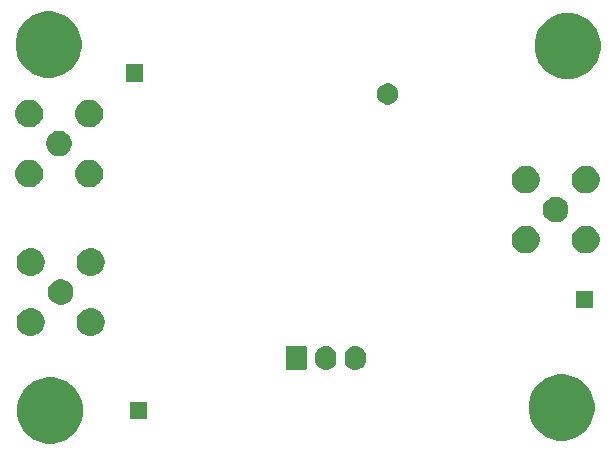
<source format=gbr>
G04 #@! TF.GenerationSoftware,KiCad,Pcbnew,(5.1.2)-2*
G04 #@! TF.CreationDate,2019-07-17T10:15:29+08:00*
G04 #@! TF.ProjectId,single_AM_eval_board,73696e67-6c65-45f4-914d-5f6576616c5f,rev?*
G04 #@! TF.SameCoordinates,Original*
G04 #@! TF.FileFunction,Soldermask,Bot*
G04 #@! TF.FilePolarity,Negative*
%FSLAX46Y46*%
G04 Gerber Fmt 4.6, Leading zero omitted, Abs format (unit mm)*
G04 Created by KiCad (PCBNEW (5.1.2)-2) date 2019-07-17 10:15:29*
%MOMM*%
%LPD*%
G04 APERTURE LIST*
%ADD10C,0.100000*%
G04 APERTURE END LIST*
D10*
G36*
X101655021Y-150341640D02*
G01*
X102164769Y-150552785D01*
X102164771Y-150552786D01*
X102623534Y-150859321D01*
X103013679Y-151249466D01*
X103150498Y-151454231D01*
X103320215Y-151708231D01*
X103531360Y-152217979D01*
X103639000Y-152759124D01*
X103639000Y-153310876D01*
X103531360Y-153852021D01*
X103320215Y-154361769D01*
X103320214Y-154361771D01*
X103013679Y-154820534D01*
X102623534Y-155210679D01*
X102164771Y-155517214D01*
X102164770Y-155517215D01*
X102164769Y-155517215D01*
X101655021Y-155728360D01*
X101113876Y-155836000D01*
X100562124Y-155836000D01*
X100020979Y-155728360D01*
X99511231Y-155517215D01*
X99511230Y-155517215D01*
X99511229Y-155517214D01*
X99052466Y-155210679D01*
X98662321Y-154820534D01*
X98355786Y-154361771D01*
X98355785Y-154361769D01*
X98144640Y-153852021D01*
X98037000Y-153310876D01*
X98037000Y-152759124D01*
X98144640Y-152217979D01*
X98355785Y-151708231D01*
X98525502Y-151454231D01*
X98662321Y-151249466D01*
X99052466Y-150859321D01*
X99511229Y-150552786D01*
X99511231Y-150552785D01*
X100020979Y-150341640D01*
X100562124Y-150234000D01*
X101113876Y-150234000D01*
X101655021Y-150341640D01*
X101655021Y-150341640D01*
G37*
G36*
X144962021Y-150087640D02*
G01*
X145471769Y-150298785D01*
X145471771Y-150298786D01*
X145930534Y-150605321D01*
X146320679Y-150995466D01*
X146627214Y-151454229D01*
X146627215Y-151454231D01*
X146838360Y-151963979D01*
X146946000Y-152505124D01*
X146946000Y-153056876D01*
X146838360Y-153598021D01*
X146733149Y-153852022D01*
X146627214Y-154107771D01*
X146320679Y-154566534D01*
X145930534Y-154956679D01*
X145471771Y-155263214D01*
X145471770Y-155263215D01*
X145471769Y-155263215D01*
X144962021Y-155474360D01*
X144420876Y-155582000D01*
X143869124Y-155582000D01*
X143327979Y-155474360D01*
X142818231Y-155263215D01*
X142818230Y-155263215D01*
X142818229Y-155263214D01*
X142359466Y-154956679D01*
X141969321Y-154566534D01*
X141662786Y-154107771D01*
X141556851Y-153852022D01*
X141451640Y-153598021D01*
X141344000Y-153056876D01*
X141344000Y-152505124D01*
X141451640Y-151963979D01*
X141662785Y-151454231D01*
X141662786Y-151454229D01*
X141969321Y-150995466D01*
X142359466Y-150605321D01*
X142818229Y-150298786D01*
X142818231Y-150298785D01*
X143327979Y-150087640D01*
X143869124Y-149980000D01*
X144420876Y-149980000D01*
X144962021Y-150087640D01*
X144962021Y-150087640D01*
G37*
G36*
X109057000Y-153761000D02*
G01*
X107605000Y-153761000D01*
X107605000Y-152309000D01*
X109057000Y-152309000D01*
X109057000Y-153761000D01*
X109057000Y-153761000D01*
G37*
G36*
X126842626Y-147577037D02*
G01*
X127012465Y-147628557D01*
X127012467Y-147628558D01*
X127168989Y-147712221D01*
X127306186Y-147824814D01*
X127389448Y-147926271D01*
X127418778Y-147962009D01*
X127502443Y-148118534D01*
X127553963Y-148288373D01*
X127567000Y-148420742D01*
X127567000Y-148759257D01*
X127553963Y-148891626D01*
X127502443Y-149061466D01*
X127418778Y-149217991D01*
X127389448Y-149253729D01*
X127306186Y-149355186D01*
X127211250Y-149433097D01*
X127168991Y-149467778D01*
X127012466Y-149551443D01*
X126842627Y-149602963D01*
X126666000Y-149620359D01*
X126489374Y-149602963D01*
X126319535Y-149551443D01*
X126163010Y-149467778D01*
X126025815Y-149355185D01*
X125913222Y-149217991D01*
X125829557Y-149061466D01*
X125778037Y-148891627D01*
X125765000Y-148759258D01*
X125765000Y-148420743D01*
X125778037Y-148288374D01*
X125829557Y-148118535D01*
X125913222Y-147962010D01*
X125913223Y-147962009D01*
X126025814Y-147824814D01*
X126127271Y-147741552D01*
X126163009Y-147712222D01*
X126319534Y-147628557D01*
X126489373Y-147577037D01*
X126666000Y-147559641D01*
X126842626Y-147577037D01*
X126842626Y-147577037D01*
G37*
G36*
X124342626Y-147577037D02*
G01*
X124512465Y-147628557D01*
X124512467Y-147628558D01*
X124668989Y-147712221D01*
X124806186Y-147824814D01*
X124889448Y-147926271D01*
X124918778Y-147962009D01*
X125002443Y-148118534D01*
X125053963Y-148288373D01*
X125067000Y-148420742D01*
X125067000Y-148759257D01*
X125053963Y-148891626D01*
X125002443Y-149061466D01*
X124918778Y-149217991D01*
X124889448Y-149253729D01*
X124806186Y-149355186D01*
X124711250Y-149433097D01*
X124668991Y-149467778D01*
X124512466Y-149551443D01*
X124342627Y-149602963D01*
X124166000Y-149620359D01*
X123989374Y-149602963D01*
X123819535Y-149551443D01*
X123663010Y-149467778D01*
X123525815Y-149355185D01*
X123413222Y-149217991D01*
X123329557Y-149061466D01*
X123278037Y-148891627D01*
X123265000Y-148759258D01*
X123265000Y-148420743D01*
X123278037Y-148288374D01*
X123329557Y-148118535D01*
X123413222Y-147962010D01*
X123413223Y-147962009D01*
X123525814Y-147824814D01*
X123627271Y-147741552D01*
X123663009Y-147712222D01*
X123819534Y-147628557D01*
X123989373Y-147577037D01*
X124166000Y-147559641D01*
X124342626Y-147577037D01*
X124342626Y-147577037D01*
G37*
G36*
X122424600Y-147567989D02*
G01*
X122457652Y-147578015D01*
X122488103Y-147594292D01*
X122514799Y-147616201D01*
X122536708Y-147642897D01*
X122552985Y-147673348D01*
X122563011Y-147706400D01*
X122567000Y-147746903D01*
X122567000Y-149433097D01*
X122563011Y-149473600D01*
X122552985Y-149506652D01*
X122536708Y-149537103D01*
X122514799Y-149563799D01*
X122488103Y-149585708D01*
X122457652Y-149601985D01*
X122424600Y-149612011D01*
X122384097Y-149616000D01*
X120947903Y-149616000D01*
X120907400Y-149612011D01*
X120874348Y-149601985D01*
X120843897Y-149585708D01*
X120817201Y-149563799D01*
X120795292Y-149537103D01*
X120779015Y-149506652D01*
X120768989Y-149473600D01*
X120765000Y-149433097D01*
X120765000Y-147746903D01*
X120768989Y-147706400D01*
X120779015Y-147673348D01*
X120795292Y-147642897D01*
X120817201Y-147616201D01*
X120843897Y-147594292D01*
X120874348Y-147578015D01*
X120907400Y-147567989D01*
X120947903Y-147564000D01*
X122384097Y-147564000D01*
X122424600Y-147567989D01*
X122424600Y-147567989D01*
G37*
G36*
X104458560Y-144381064D02*
G01*
X104610027Y-144411193D01*
X104824045Y-144499842D01*
X104824046Y-144499843D01*
X105016654Y-144628539D01*
X105180461Y-144792346D01*
X105266258Y-144920751D01*
X105309158Y-144984955D01*
X105397807Y-145198973D01*
X105443000Y-145426174D01*
X105443000Y-145657826D01*
X105397807Y-145885027D01*
X105309158Y-146099045D01*
X105309157Y-146099046D01*
X105180461Y-146291654D01*
X105016654Y-146455461D01*
X104888249Y-146541258D01*
X104824045Y-146584158D01*
X104610027Y-146672807D01*
X104458560Y-146702936D01*
X104382827Y-146718000D01*
X104151173Y-146718000D01*
X104075440Y-146702936D01*
X103923973Y-146672807D01*
X103709955Y-146584158D01*
X103645751Y-146541258D01*
X103517346Y-146455461D01*
X103353539Y-146291654D01*
X103224843Y-146099046D01*
X103224842Y-146099045D01*
X103136193Y-145885027D01*
X103091000Y-145657826D01*
X103091000Y-145426174D01*
X103136193Y-145198973D01*
X103224842Y-144984955D01*
X103267742Y-144920751D01*
X103353539Y-144792346D01*
X103517346Y-144628539D01*
X103709954Y-144499843D01*
X103709955Y-144499842D01*
X103923973Y-144411193D01*
X104075440Y-144381064D01*
X104151173Y-144366000D01*
X104382827Y-144366000D01*
X104458560Y-144381064D01*
X104458560Y-144381064D01*
G37*
G36*
X99378560Y-144381064D02*
G01*
X99530027Y-144411193D01*
X99744045Y-144499842D01*
X99744046Y-144499843D01*
X99936654Y-144628539D01*
X100100461Y-144792346D01*
X100186258Y-144920751D01*
X100229158Y-144984955D01*
X100317807Y-145198973D01*
X100363000Y-145426174D01*
X100363000Y-145657826D01*
X100317807Y-145885027D01*
X100229158Y-146099045D01*
X100229157Y-146099046D01*
X100100461Y-146291654D01*
X99936654Y-146455461D01*
X99808249Y-146541258D01*
X99744045Y-146584158D01*
X99530027Y-146672807D01*
X99378560Y-146702936D01*
X99302827Y-146718000D01*
X99071173Y-146718000D01*
X98995440Y-146702936D01*
X98843973Y-146672807D01*
X98629955Y-146584158D01*
X98565751Y-146541258D01*
X98437346Y-146455461D01*
X98273539Y-146291654D01*
X98144843Y-146099046D01*
X98144842Y-146099045D01*
X98056193Y-145885027D01*
X98011000Y-145657826D01*
X98011000Y-145426174D01*
X98056193Y-145198973D01*
X98144842Y-144984955D01*
X98187742Y-144920751D01*
X98273539Y-144792346D01*
X98437346Y-144628539D01*
X98629954Y-144499843D01*
X98629955Y-144499842D01*
X98843973Y-144411193D01*
X98995440Y-144381064D01*
X99071173Y-144366000D01*
X99302827Y-144366000D01*
X99378560Y-144381064D01*
X99378560Y-144381064D01*
G37*
G36*
X146776000Y-144363000D02*
G01*
X145324000Y-144363000D01*
X145324000Y-142911000D01*
X146776000Y-142911000D01*
X146776000Y-144363000D01*
X146776000Y-144363000D01*
G37*
G36*
X101902271Y-141939783D02*
G01*
X102040858Y-141967350D01*
X102236677Y-142048461D01*
X102412910Y-142166216D01*
X102562784Y-142316090D01*
X102680539Y-142492323D01*
X102761650Y-142688142D01*
X102803000Y-142896023D01*
X102803000Y-143107977D01*
X102761650Y-143315858D01*
X102680539Y-143511677D01*
X102562784Y-143687910D01*
X102412910Y-143837784D01*
X102236677Y-143955539D01*
X102040858Y-144036650D01*
X101902271Y-144064217D01*
X101832978Y-144078000D01*
X101621022Y-144078000D01*
X101551729Y-144064217D01*
X101413142Y-144036650D01*
X101217323Y-143955539D01*
X101041090Y-143837784D01*
X100891216Y-143687910D01*
X100773461Y-143511677D01*
X100692350Y-143315858D01*
X100651000Y-143107977D01*
X100651000Y-142896023D01*
X100692350Y-142688142D01*
X100773461Y-142492323D01*
X100891216Y-142316090D01*
X101041090Y-142166216D01*
X101217323Y-142048461D01*
X101413142Y-141967350D01*
X101551729Y-141939783D01*
X101621022Y-141926000D01*
X101832978Y-141926000D01*
X101902271Y-141939783D01*
X101902271Y-141939783D01*
G37*
G36*
X99378560Y-139301064D02*
G01*
X99530027Y-139331193D01*
X99744045Y-139419842D01*
X99744046Y-139419843D01*
X99936654Y-139548539D01*
X100100461Y-139712346D01*
X100186258Y-139840751D01*
X100229158Y-139904955D01*
X100317807Y-140118973D01*
X100363000Y-140346174D01*
X100363000Y-140577826D01*
X100317807Y-140805027D01*
X100229158Y-141019045D01*
X100229157Y-141019046D01*
X100100461Y-141211654D01*
X99936654Y-141375461D01*
X99808249Y-141461258D01*
X99744045Y-141504158D01*
X99530027Y-141592807D01*
X99378560Y-141622936D01*
X99302827Y-141638000D01*
X99071173Y-141638000D01*
X98995440Y-141622936D01*
X98843973Y-141592807D01*
X98629955Y-141504158D01*
X98565751Y-141461258D01*
X98437346Y-141375461D01*
X98273539Y-141211654D01*
X98144843Y-141019046D01*
X98144842Y-141019045D01*
X98056193Y-140805027D01*
X98011000Y-140577826D01*
X98011000Y-140346174D01*
X98056193Y-140118973D01*
X98144842Y-139904955D01*
X98187742Y-139840751D01*
X98273539Y-139712346D01*
X98437346Y-139548539D01*
X98629954Y-139419843D01*
X98629955Y-139419842D01*
X98843973Y-139331193D01*
X98995440Y-139301064D01*
X99071173Y-139286000D01*
X99302827Y-139286000D01*
X99378560Y-139301064D01*
X99378560Y-139301064D01*
G37*
G36*
X104458560Y-139301064D02*
G01*
X104610027Y-139331193D01*
X104824045Y-139419842D01*
X104824046Y-139419843D01*
X105016654Y-139548539D01*
X105180461Y-139712346D01*
X105266258Y-139840751D01*
X105309158Y-139904955D01*
X105397807Y-140118973D01*
X105443000Y-140346174D01*
X105443000Y-140577826D01*
X105397807Y-140805027D01*
X105309158Y-141019045D01*
X105309157Y-141019046D01*
X105180461Y-141211654D01*
X105016654Y-141375461D01*
X104888249Y-141461258D01*
X104824045Y-141504158D01*
X104610027Y-141592807D01*
X104458560Y-141622936D01*
X104382827Y-141638000D01*
X104151173Y-141638000D01*
X104075440Y-141622936D01*
X103923973Y-141592807D01*
X103709955Y-141504158D01*
X103645751Y-141461258D01*
X103517346Y-141375461D01*
X103353539Y-141211654D01*
X103224843Y-141019046D01*
X103224842Y-141019045D01*
X103136193Y-140805027D01*
X103091000Y-140577826D01*
X103091000Y-140346174D01*
X103136193Y-140118973D01*
X103224842Y-139904955D01*
X103267742Y-139840751D01*
X103353539Y-139712346D01*
X103517346Y-139548539D01*
X103709954Y-139419843D01*
X103709955Y-139419842D01*
X103923973Y-139331193D01*
X104075440Y-139301064D01*
X104151173Y-139286000D01*
X104382827Y-139286000D01*
X104458560Y-139301064D01*
X104458560Y-139301064D01*
G37*
G36*
X146368560Y-137396064D02*
G01*
X146520027Y-137426193D01*
X146734045Y-137514842D01*
X146734046Y-137514843D01*
X146926654Y-137643539D01*
X147090461Y-137807346D01*
X147176258Y-137935751D01*
X147219158Y-137999955D01*
X147307807Y-138213973D01*
X147353000Y-138441174D01*
X147353000Y-138672826D01*
X147307807Y-138900027D01*
X147219158Y-139114045D01*
X147219157Y-139114046D01*
X147090461Y-139306654D01*
X146926654Y-139470461D01*
X146798249Y-139556258D01*
X146734045Y-139599158D01*
X146520027Y-139687807D01*
X146396671Y-139712344D01*
X146292827Y-139733000D01*
X146061173Y-139733000D01*
X145957329Y-139712344D01*
X145833973Y-139687807D01*
X145619955Y-139599158D01*
X145555751Y-139556258D01*
X145427346Y-139470461D01*
X145263539Y-139306654D01*
X145134843Y-139114046D01*
X145134842Y-139114045D01*
X145046193Y-138900027D01*
X145001000Y-138672826D01*
X145001000Y-138441174D01*
X145046193Y-138213973D01*
X145134842Y-137999955D01*
X145177742Y-137935751D01*
X145263539Y-137807346D01*
X145427346Y-137643539D01*
X145619954Y-137514843D01*
X145619955Y-137514842D01*
X145833973Y-137426193D01*
X145985440Y-137396064D01*
X146061173Y-137381000D01*
X146292827Y-137381000D01*
X146368560Y-137396064D01*
X146368560Y-137396064D01*
G37*
G36*
X141288560Y-137396064D02*
G01*
X141440027Y-137426193D01*
X141654045Y-137514842D01*
X141654046Y-137514843D01*
X141846654Y-137643539D01*
X142010461Y-137807346D01*
X142096258Y-137935751D01*
X142139158Y-137999955D01*
X142227807Y-138213973D01*
X142273000Y-138441174D01*
X142273000Y-138672826D01*
X142227807Y-138900027D01*
X142139158Y-139114045D01*
X142139157Y-139114046D01*
X142010461Y-139306654D01*
X141846654Y-139470461D01*
X141718249Y-139556258D01*
X141654045Y-139599158D01*
X141440027Y-139687807D01*
X141316671Y-139712344D01*
X141212827Y-139733000D01*
X140981173Y-139733000D01*
X140877329Y-139712344D01*
X140753973Y-139687807D01*
X140539955Y-139599158D01*
X140475751Y-139556258D01*
X140347346Y-139470461D01*
X140183539Y-139306654D01*
X140054843Y-139114046D01*
X140054842Y-139114045D01*
X139966193Y-138900027D01*
X139921000Y-138672826D01*
X139921000Y-138441174D01*
X139966193Y-138213973D01*
X140054842Y-137999955D01*
X140097742Y-137935751D01*
X140183539Y-137807346D01*
X140347346Y-137643539D01*
X140539954Y-137514843D01*
X140539955Y-137514842D01*
X140753973Y-137426193D01*
X140905440Y-137396064D01*
X140981173Y-137381000D01*
X141212827Y-137381000D01*
X141288560Y-137396064D01*
X141288560Y-137396064D01*
G37*
G36*
X143812271Y-134954783D02*
G01*
X143950858Y-134982350D01*
X144146677Y-135063461D01*
X144322910Y-135181216D01*
X144472784Y-135331090D01*
X144590539Y-135507323D01*
X144671650Y-135703142D01*
X144713000Y-135911023D01*
X144713000Y-136122977D01*
X144671650Y-136330858D01*
X144590539Y-136526677D01*
X144472784Y-136702910D01*
X144322910Y-136852784D01*
X144146677Y-136970539D01*
X143950858Y-137051650D01*
X143812271Y-137079217D01*
X143742978Y-137093000D01*
X143531022Y-137093000D01*
X143461729Y-137079217D01*
X143323142Y-137051650D01*
X143127323Y-136970539D01*
X142951090Y-136852784D01*
X142801216Y-136702910D01*
X142683461Y-136526677D01*
X142602350Y-136330858D01*
X142561000Y-136122977D01*
X142561000Y-135911023D01*
X142602350Y-135703142D01*
X142683461Y-135507323D01*
X142801216Y-135331090D01*
X142951090Y-135181216D01*
X143127323Y-135063461D01*
X143323142Y-134982350D01*
X143461729Y-134954783D01*
X143531022Y-134941000D01*
X143742978Y-134941000D01*
X143812271Y-134954783D01*
X143812271Y-134954783D01*
G37*
G36*
X141288560Y-132316064D02*
G01*
X141440027Y-132346193D01*
X141654045Y-132434842D01*
X141654046Y-132434843D01*
X141846654Y-132563539D01*
X142010461Y-132727346D01*
X142094536Y-132853173D01*
X142139158Y-132919955D01*
X142227807Y-133133973D01*
X142273000Y-133361174D01*
X142273000Y-133592826D01*
X142227807Y-133820027D01*
X142139158Y-134034045D01*
X142139157Y-134034046D01*
X142010461Y-134226654D01*
X141846654Y-134390461D01*
X141718249Y-134476258D01*
X141654045Y-134519158D01*
X141440027Y-134607807D01*
X141288560Y-134637936D01*
X141212827Y-134653000D01*
X140981173Y-134653000D01*
X140905440Y-134637936D01*
X140753973Y-134607807D01*
X140539955Y-134519158D01*
X140475751Y-134476258D01*
X140347346Y-134390461D01*
X140183539Y-134226654D01*
X140054843Y-134034046D01*
X140054842Y-134034045D01*
X139966193Y-133820027D01*
X139921000Y-133592826D01*
X139921000Y-133361174D01*
X139966193Y-133133973D01*
X140054842Y-132919955D01*
X140099464Y-132853173D01*
X140183539Y-132727346D01*
X140347346Y-132563539D01*
X140539954Y-132434843D01*
X140539955Y-132434842D01*
X140753973Y-132346193D01*
X140905440Y-132316064D01*
X140981173Y-132301000D01*
X141212827Y-132301000D01*
X141288560Y-132316064D01*
X141288560Y-132316064D01*
G37*
G36*
X146368560Y-132316064D02*
G01*
X146520027Y-132346193D01*
X146734045Y-132434842D01*
X146734046Y-132434843D01*
X146926654Y-132563539D01*
X147090461Y-132727346D01*
X147174536Y-132853173D01*
X147219158Y-132919955D01*
X147307807Y-133133973D01*
X147353000Y-133361174D01*
X147353000Y-133592826D01*
X147307807Y-133820027D01*
X147219158Y-134034045D01*
X147219157Y-134034046D01*
X147090461Y-134226654D01*
X146926654Y-134390461D01*
X146798249Y-134476258D01*
X146734045Y-134519158D01*
X146520027Y-134607807D01*
X146368560Y-134637936D01*
X146292827Y-134653000D01*
X146061173Y-134653000D01*
X145985440Y-134637936D01*
X145833973Y-134607807D01*
X145619955Y-134519158D01*
X145555751Y-134476258D01*
X145427346Y-134390461D01*
X145263539Y-134226654D01*
X145134843Y-134034046D01*
X145134842Y-134034045D01*
X145046193Y-133820027D01*
X145001000Y-133592826D01*
X145001000Y-133361174D01*
X145046193Y-133133973D01*
X145134842Y-132919955D01*
X145179464Y-132853173D01*
X145263539Y-132727346D01*
X145427346Y-132563539D01*
X145619954Y-132434843D01*
X145619955Y-132434842D01*
X145833973Y-132346193D01*
X145985440Y-132316064D01*
X146061173Y-132301000D01*
X146292827Y-132301000D01*
X146368560Y-132316064D01*
X146368560Y-132316064D01*
G37*
G36*
X99251560Y-131808064D02*
G01*
X99403027Y-131838193D01*
X99617045Y-131926842D01*
X99617046Y-131926843D01*
X99809654Y-132055539D01*
X99973461Y-132219346D01*
X100028020Y-132301000D01*
X100102158Y-132411955D01*
X100190807Y-132625973D01*
X100236000Y-132853174D01*
X100236000Y-133084826D01*
X100190807Y-133312027D01*
X100102158Y-133526045D01*
X100102157Y-133526046D01*
X99973461Y-133718654D01*
X99809654Y-133882461D01*
X99681249Y-133968258D01*
X99617045Y-134011158D01*
X99403027Y-134099807D01*
X99251560Y-134129936D01*
X99175827Y-134145000D01*
X98944173Y-134145000D01*
X98868440Y-134129936D01*
X98716973Y-134099807D01*
X98502955Y-134011158D01*
X98438751Y-133968258D01*
X98310346Y-133882461D01*
X98146539Y-133718654D01*
X98017843Y-133526046D01*
X98017842Y-133526045D01*
X97929193Y-133312027D01*
X97884000Y-133084826D01*
X97884000Y-132853174D01*
X97929193Y-132625973D01*
X98017842Y-132411955D01*
X98091980Y-132301000D01*
X98146539Y-132219346D01*
X98310346Y-132055539D01*
X98502954Y-131926843D01*
X98502955Y-131926842D01*
X98716973Y-131838193D01*
X98868440Y-131808064D01*
X98944173Y-131793000D01*
X99175827Y-131793000D01*
X99251560Y-131808064D01*
X99251560Y-131808064D01*
G37*
G36*
X104331560Y-131808064D02*
G01*
X104483027Y-131838193D01*
X104697045Y-131926842D01*
X104697046Y-131926843D01*
X104889654Y-132055539D01*
X105053461Y-132219346D01*
X105108020Y-132301000D01*
X105182158Y-132411955D01*
X105270807Y-132625973D01*
X105316000Y-132853174D01*
X105316000Y-133084826D01*
X105270807Y-133312027D01*
X105182158Y-133526045D01*
X105182157Y-133526046D01*
X105053461Y-133718654D01*
X104889654Y-133882461D01*
X104761249Y-133968258D01*
X104697045Y-134011158D01*
X104483027Y-134099807D01*
X104331560Y-134129936D01*
X104255827Y-134145000D01*
X104024173Y-134145000D01*
X103948440Y-134129936D01*
X103796973Y-134099807D01*
X103582955Y-134011158D01*
X103518751Y-133968258D01*
X103390346Y-133882461D01*
X103226539Y-133718654D01*
X103097843Y-133526046D01*
X103097842Y-133526045D01*
X103009193Y-133312027D01*
X102964000Y-133084826D01*
X102964000Y-132853174D01*
X103009193Y-132625973D01*
X103097842Y-132411955D01*
X103171980Y-132301000D01*
X103226539Y-132219346D01*
X103390346Y-132055539D01*
X103582954Y-131926843D01*
X103582955Y-131926842D01*
X103796973Y-131838193D01*
X103948440Y-131808064D01*
X104024173Y-131793000D01*
X104255827Y-131793000D01*
X104331560Y-131808064D01*
X104331560Y-131808064D01*
G37*
G36*
X101775271Y-129366783D02*
G01*
X101913858Y-129394350D01*
X102109677Y-129475461D01*
X102285910Y-129593216D01*
X102435784Y-129743090D01*
X102553539Y-129919323D01*
X102634650Y-130115142D01*
X102676000Y-130323023D01*
X102676000Y-130534977D01*
X102634650Y-130742858D01*
X102553539Y-130938677D01*
X102435784Y-131114910D01*
X102285910Y-131264784D01*
X102109677Y-131382539D01*
X101913858Y-131463650D01*
X101775271Y-131491217D01*
X101705978Y-131505000D01*
X101494022Y-131505000D01*
X101424729Y-131491217D01*
X101286142Y-131463650D01*
X101090323Y-131382539D01*
X100914090Y-131264784D01*
X100764216Y-131114910D01*
X100646461Y-130938677D01*
X100565350Y-130742858D01*
X100524000Y-130534977D01*
X100524000Y-130323023D01*
X100565350Y-130115142D01*
X100646461Y-129919323D01*
X100764216Y-129743090D01*
X100914090Y-129593216D01*
X101090323Y-129475461D01*
X101286142Y-129394350D01*
X101424729Y-129366783D01*
X101494022Y-129353000D01*
X101705978Y-129353000D01*
X101775271Y-129366783D01*
X101775271Y-129366783D01*
G37*
G36*
X99251560Y-126728064D02*
G01*
X99403027Y-126758193D01*
X99617045Y-126846842D01*
X99617046Y-126846843D01*
X99809654Y-126975539D01*
X99973461Y-127139346D01*
X100059258Y-127267751D01*
X100102158Y-127331955D01*
X100190807Y-127545973D01*
X100236000Y-127773174D01*
X100236000Y-128004826D01*
X100190807Y-128232027D01*
X100102158Y-128446045D01*
X100102157Y-128446046D01*
X99973461Y-128638654D01*
X99809654Y-128802461D01*
X99681249Y-128888258D01*
X99617045Y-128931158D01*
X99403027Y-129019807D01*
X99251560Y-129049936D01*
X99175827Y-129065000D01*
X98944173Y-129065000D01*
X98868440Y-129049936D01*
X98716973Y-129019807D01*
X98502955Y-128931158D01*
X98438751Y-128888258D01*
X98310346Y-128802461D01*
X98146539Y-128638654D01*
X98017843Y-128446046D01*
X98017842Y-128446045D01*
X97929193Y-128232027D01*
X97884000Y-128004826D01*
X97884000Y-127773174D01*
X97929193Y-127545973D01*
X98017842Y-127331955D01*
X98060742Y-127267751D01*
X98146539Y-127139346D01*
X98310346Y-126975539D01*
X98502954Y-126846843D01*
X98502955Y-126846842D01*
X98716973Y-126758193D01*
X98868440Y-126728064D01*
X98944173Y-126713000D01*
X99175827Y-126713000D01*
X99251560Y-126728064D01*
X99251560Y-126728064D01*
G37*
G36*
X104331560Y-126728064D02*
G01*
X104483027Y-126758193D01*
X104697045Y-126846842D01*
X104697046Y-126846843D01*
X104889654Y-126975539D01*
X105053461Y-127139346D01*
X105139258Y-127267751D01*
X105182158Y-127331955D01*
X105270807Y-127545973D01*
X105316000Y-127773174D01*
X105316000Y-128004826D01*
X105270807Y-128232027D01*
X105182158Y-128446045D01*
X105182157Y-128446046D01*
X105053461Y-128638654D01*
X104889654Y-128802461D01*
X104761249Y-128888258D01*
X104697045Y-128931158D01*
X104483027Y-129019807D01*
X104331560Y-129049936D01*
X104255827Y-129065000D01*
X104024173Y-129065000D01*
X103948440Y-129049936D01*
X103796973Y-129019807D01*
X103582955Y-128931158D01*
X103518751Y-128888258D01*
X103390346Y-128802461D01*
X103226539Y-128638654D01*
X103097843Y-128446046D01*
X103097842Y-128446045D01*
X103009193Y-128232027D01*
X102964000Y-128004826D01*
X102964000Y-127773174D01*
X103009193Y-127545973D01*
X103097842Y-127331955D01*
X103140742Y-127267751D01*
X103226539Y-127139346D01*
X103390346Y-126975539D01*
X103582954Y-126846843D01*
X103582955Y-126846842D01*
X103796973Y-126758193D01*
X103948440Y-126728064D01*
X104024173Y-126713000D01*
X104255827Y-126713000D01*
X104331560Y-126728064D01*
X104331560Y-126728064D01*
G37*
G36*
X129526512Y-125341927D02*
G01*
X129675812Y-125371624D01*
X129839784Y-125439544D01*
X129987354Y-125538147D01*
X130112853Y-125663646D01*
X130211456Y-125811216D01*
X130279376Y-125975188D01*
X130314000Y-126149259D01*
X130314000Y-126326741D01*
X130279376Y-126500812D01*
X130211456Y-126664784D01*
X130112853Y-126812354D01*
X129987354Y-126937853D01*
X129839784Y-127036456D01*
X129675812Y-127104376D01*
X129526512Y-127134073D01*
X129501742Y-127139000D01*
X129324258Y-127139000D01*
X129299488Y-127134073D01*
X129150188Y-127104376D01*
X128986216Y-127036456D01*
X128838646Y-126937853D01*
X128713147Y-126812354D01*
X128614544Y-126664784D01*
X128546624Y-126500812D01*
X128512000Y-126326741D01*
X128512000Y-126149259D01*
X128546624Y-125975188D01*
X128614544Y-125811216D01*
X128713147Y-125663646D01*
X128838646Y-125538147D01*
X128986216Y-125439544D01*
X129150188Y-125371624D01*
X129299488Y-125341927D01*
X129324258Y-125337000D01*
X129501742Y-125337000D01*
X129526512Y-125341927D01*
X129526512Y-125341927D01*
G37*
G36*
X108676000Y-125186000D02*
G01*
X107224000Y-125186000D01*
X107224000Y-123734000D01*
X108676000Y-123734000D01*
X108676000Y-125186000D01*
X108676000Y-125186000D01*
G37*
G36*
X145470021Y-119480640D02*
G01*
X145979769Y-119691785D01*
X145979771Y-119691786D01*
X146438534Y-119998321D01*
X146828679Y-120388466D01*
X147135214Y-120847229D01*
X147135215Y-120847231D01*
X147346360Y-121356979D01*
X147454000Y-121898124D01*
X147454000Y-122449876D01*
X147346360Y-122991021D01*
X147187820Y-123373769D01*
X147135214Y-123500771D01*
X146828679Y-123959534D01*
X146438534Y-124349679D01*
X145979771Y-124656214D01*
X145979770Y-124656215D01*
X145979769Y-124656215D01*
X145470021Y-124867360D01*
X144928876Y-124975000D01*
X144377124Y-124975000D01*
X143835979Y-124867360D01*
X143326231Y-124656215D01*
X143326230Y-124656215D01*
X143326229Y-124656214D01*
X142867466Y-124349679D01*
X142477321Y-123959534D01*
X142170786Y-123500771D01*
X142118180Y-123373769D01*
X141959640Y-122991021D01*
X141852000Y-122449876D01*
X141852000Y-121898124D01*
X141959640Y-121356979D01*
X142170785Y-120847231D01*
X142170786Y-120847229D01*
X142477321Y-120388466D01*
X142867466Y-119998321D01*
X143326229Y-119691786D01*
X143326231Y-119691785D01*
X143835979Y-119480640D01*
X144377124Y-119373000D01*
X144928876Y-119373000D01*
X145470021Y-119480640D01*
X145470021Y-119480640D01*
G37*
G36*
X101528021Y-119353640D02*
G01*
X102037769Y-119564785D01*
X102037771Y-119564786D01*
X102496534Y-119871321D01*
X102886679Y-120261466D01*
X102971538Y-120388467D01*
X103193215Y-120720231D01*
X103404360Y-121229979D01*
X103512000Y-121771124D01*
X103512000Y-122322876D01*
X103404360Y-122864021D01*
X103351754Y-122991022D01*
X103193214Y-123373771D01*
X102886679Y-123832534D01*
X102496534Y-124222679D01*
X102037771Y-124529214D01*
X102037770Y-124529215D01*
X102037769Y-124529215D01*
X101528021Y-124740360D01*
X100986876Y-124848000D01*
X100435124Y-124848000D01*
X99893979Y-124740360D01*
X99384231Y-124529215D01*
X99384230Y-124529215D01*
X99384229Y-124529214D01*
X98925466Y-124222679D01*
X98535321Y-123832534D01*
X98228786Y-123373771D01*
X98070246Y-122991022D01*
X98017640Y-122864021D01*
X97910000Y-122322876D01*
X97910000Y-121771124D01*
X98017640Y-121229979D01*
X98228785Y-120720231D01*
X98450462Y-120388467D01*
X98535321Y-120261466D01*
X98925466Y-119871321D01*
X99384229Y-119564786D01*
X99384231Y-119564785D01*
X99893979Y-119353640D01*
X100435124Y-119246000D01*
X100986876Y-119246000D01*
X101528021Y-119353640D01*
X101528021Y-119353640D01*
G37*
M02*

</source>
